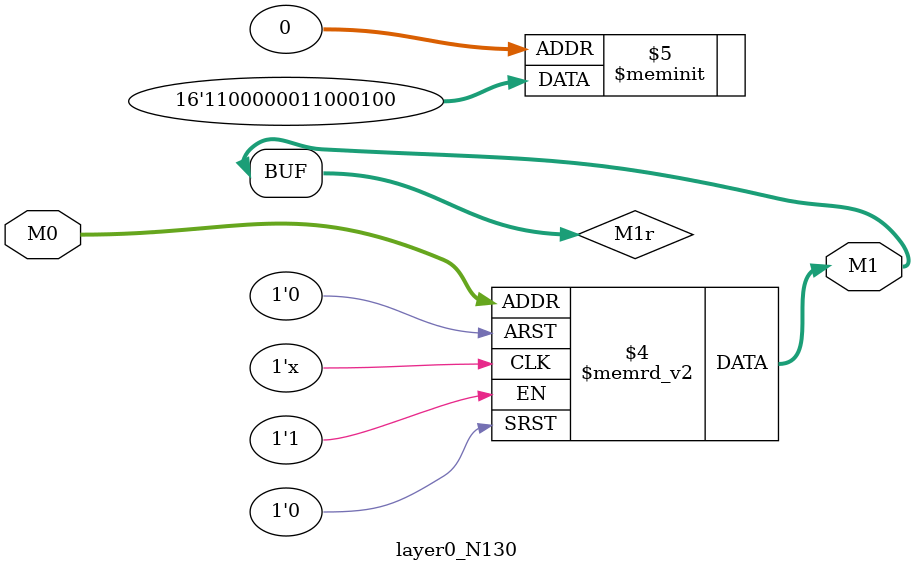
<source format=v>
module layer0_N130 ( input [2:0] M0, output [1:0] M1 );

	(*rom_style = "distributed" *) reg [1:0] M1r;
	assign M1 = M1r;
	always @ (M0) begin
		case (M0)
			3'b000: M1r = 2'b00;
			3'b100: M1r = 2'b00;
			3'b010: M1r = 2'b00;
			3'b110: M1r = 2'b00;
			3'b001: M1r = 2'b01;
			3'b101: M1r = 2'b00;
			3'b011: M1r = 2'b11;
			3'b111: M1r = 2'b11;

		endcase
	end
endmodule

</source>
